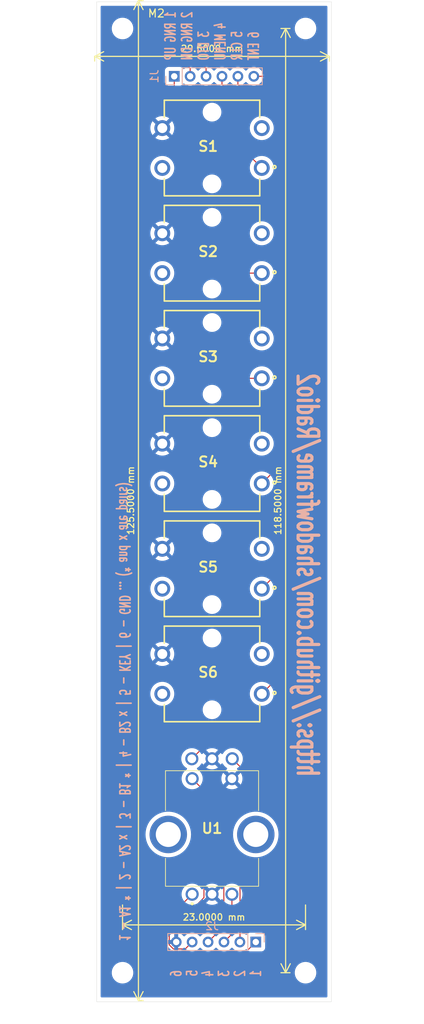
<source format=kicad_pcb>
(kicad_pcb (version 20240108) (generator "pcbnew") (generator_version "8.0")
  (layers (0 "F.Cu" signal "Front") (1 "In1.Cu" signal) (2 "In2.Cu" signal) (31 "B.Cu" signal "Back") (34 "B.Paste" user) (35 "F.Paste" user) (36 "B.SilkS" user "B.Silkscreen") (37 "F.SilkS" user "F.Silkscreen") (38 "B.Mask" user) (39 "F.Mask" user) (44 "Edge.Cuts" user))
  (net 0 "")
  (net 2 "unconnected-(U1-PadMH2)")
  (net 3 "Net-(J2-Pin_4)")
  (net 4 "Net-(J2-Pin_1)")
  (net 5 "GND")
  (net 6 "Net-(J2-Pin_5)")
  (net 7 "Net-(J2-Pin_2)")
  (net 8 "Net-(J2-Pin_3)")
  (net 9 "Net-(J1-Pin_4)")
  (net 10 "Net-(J1-Pin_5)")
  (net 11 "Net-(J1-Pin_6)")
  (net 12 "Net-(J1-Pin_3)")
  (net 13 "Net-(J1-Pin_1)")
  (net 14 "Net-(J1-Pin_2)")
  (footprint "Library:Omron-B3F-4055-switch" (layer "F.Cu") (at 87.25 52)
    (property "Reference" "S1" (at -0.488 -0.204 0) (layer "F.SilkS") (effects (font (size 1.27 1.27) (thickness 0.254))))
    (property "Value" "B3F-4055" (hide yes))
    (fp_line (start -6 -6) (end -6 -3.849) (stroke (width 0.2)) (layer "F.SilkS"))
    (fp_line (start -6 -6) (end 6 -6) (stroke (width 0.2)) (layer "F.SilkS"))
    (fp_line (start -6 6) (end -6 3.849) (stroke (width 0.2)) (layer "F.SilkS"))
    (fp_line (start 6 -6) (end 6 -3.849) (stroke (width 0.2)) (layer "F.SilkS"))
    (fp_line (start 6 6) (end -6 6) (stroke (width 0.2)) (layer "F.SilkS"))
    (fp_line (start 6 6) (end 6 3.849) (stroke (width 0.2)) (layer "F.SilkS"))
    (fp_circle (center 7.855 2.384) (end 7.855 2.466) (stroke (width 0.2)) (fill none) (layer "F.SilkS"))
    (pad "" np_thru_hole circle (at 0 -4.5) (size 1.85 1.85) (drill 1.85) (layers "*.Cu" "*.Mask"))
    (pad "" np_thru_hole circle (at 0 4.5) (size 1.85 1.85) (drill 1.85) (layers "*.Cu" "*.Mask"))
    (pad "1" thru_hole circle (at 6.25 2.5) (size 2 2) (drill 1.25) (layers "*.Cu" "*.Mask") (net 13 "Net-(J1-Pin_1)"))
    (pad "2" thru_hole circle (at -6.25 2.5) (size 2 2) (drill 1.25) (layers "*.Cu" "*.Mask"))
    (pad "3" thru_hole circle (at 6.25 -2.5) (size 2 2) (drill 1.25) (layers "*.Cu" "*.Mask"))
    (pad "4" thru_hole circle (at -6.25 -2.5) (size 2 2) (drill 1.25) (layers "*.Cu" "*.Mask") (net 5 "GND"))
  )
  (footprint "MountingHole:MountingHole_2.2mm_M2" (layer "F.Cu") (at 99 37)
    (property "Reference" "H2" (hide yes))
    (property "Value" "MountingHole")
    (pad "" np_thru_hole circle (at 0 0) (size 2.2 2.2) (drill 2.2) (layers "*.Cu" "*.Mask"))
  )
  (footprint "MountingHole:MountingHole_2.2mm_M2" (layer "F.Cu") (at 76 155.5)
    (property "Reference" "H3" (hide yes))
    (property "Value" "MountingHole")
    (pad "" np_thru_hole circle (at 0 0) (size 2.2 2.2) (drill 2.2) (layers "*.Cu" "*.Mask"))
  )
  (footprint "dual_encoder:EC11EBB24C03" (layer "F.Cu") (at 84.75 145.65)
    (property "Reference" "U1" (at 2.5 -8.262 0) (layer "F.SilkS") (effects (font (size 1.27 1.27) (thickness 0.254))))
    (property "Value" "EC11EBB24C03" (hide yes))
    (fp_line (start -3.35 -15.5) (end 8.35 -15.5) (stroke (width 0.1)) (layer "F.SilkS"))
    (fp_line (start -3.35 -10.5) (end -3.35 -15.5) (stroke (width 0.1)) (layer "F.SilkS"))
    (fp_line (start -3.35 -4.5) (end -3.35 -1) (stroke (width 0.1)) (layer "F.SilkS"))
    (fp_line (start -3.35 -1) (end 8.35 -1) (stroke (width 0.1)) (layer "F.SilkS"))
    (fp_line (start -0.1 1.2) (end -0.1 1.2) (stroke (width 0.2)) (layer "F.SilkS"))
    (fp_line (start 0.1 1.2) (end 0.1 1.2) (stroke (width 0.2)) (layer "F.SilkS"))
    (fp_line (start 8.35 -15.5) (end 8.35 -10.5) (stroke (width 0.1)) (layer "F.SilkS"))
    (fp_line (start 8.35 -1) (end 8.35 -4.5) (stroke (width 0.1)) (layer "F.SilkS"))
    (fp_arc (start -0.1 1.2) (mid 0 1.1) (end 0.1 1.2) (stroke (width 0.2)) (layer "F.SilkS"))
    (fp_arc (start 0.1 1.2) (mid 0 1.3) (end -0.1 1.2) (stroke (width 0.2)) (layer "F.SilkS"))
    (pad "A1" thru_hole circle (at 0 0) (size 1.65 1.65) (drill 1.1) (layers "*.Cu" "*.Mask") (net 4 "Net-(J2-Pin_1)"))
    (pad "A2" thru_hole circle (at -0.04 -17) (size 1.65 1.65) (drill 1.1) (layers "*.Cu" "*.Mask") (net 7 "Net-(J2-Pin_2)"))
    (pad "B1" thru_hole circle (at 5 0) (size 1.65 1.65) (drill 1.1) (layers "*.Cu" "*.Mask") (net 8 "Net-(J2-Pin_3)"))
    (pad "B2" thru_hole circle (at 5.04 -17) (size 1.65 1.65) (drill 1.1) (layers "*.Cu" "*.Mask") (net 3 "Net-(J2-Pin_4)"))
    (pad "C1" thru_hole circle (at 2.5 0) (size 1.65 1.65) (drill 1.1) (layers "*.Cu" "*.Mask") (net 5 "GND"))
    (pad "C2" thru_hole circle (at 2.5 -17) (size 1.65 1.65) (drill 1.1) (layers "*.Cu" "*.Mask") (net 5 "GND"))
    (pad "D1" thru_hole circle (at 0 -14.5) (size 1.65 1.65) (drill 1.1) (layers "*.Cu" "*.Mask") (net 6 "Net-(J2-Pin_5)"))
    (pad "E1" thru_hole circle (at 5 -14.5) (size 1.65 1.65) (drill 1.1) (layers "*.Cu" "*.Mask") (net 5 "GND"))
    (pad "MH1" thru_hole circle (at -3 -7.5) (size 4.708 4.708) (drill 3.1385) (layers "*.Cu" "*.Mask"))
    (pad "MH2" thru_hole circle (at 8 -7.5) (size 4.708 4.708) (drill 3.1385) (layers "*.Cu" "*.Mask") (net 2 "unconnected-(U1-PadMH2)"))
  )
  (footprint "Library:Omron-B3F-4055-switch" (layer "F.Cu") (at 87.25 78.4)
    (property "Reference" "S3" (at -0.488 -0.204 0) (layer "F.SilkS") (effects (font (size 1.27 1.27) (thickness 0.254))))
    (property "Value" "B3F-4055" (hide yes))
    (fp_line (start -6 -6) (end -6 -3.849) (stroke (width 0.2)) (layer "F.SilkS"))
    (fp_line (start -6 -6) (end 6 -6) (stroke (width 0.2)) (layer "F.SilkS"))
    (fp_line (start -6 6) (end -6 3.849) (stroke (width 0.2)) (layer "F.SilkS"))
    (fp_line (start 6 -6) (end 6 -3.849) (stroke (width 0.2)) (layer "F.SilkS"))
    (fp_line (start 6 6) (end -6 6) (stroke (width 0.2)) (layer "F.SilkS"))
    (fp_line (start 6 6) (end 6 3.849) (stroke (width 0.2)) (layer "F.SilkS"))
    (fp_circle (center 7.855 2.384) (end 7.855 2.466) (stroke (width 0.2)) (fill none) (layer "F.SilkS"))
    (pad "" np_thru_hole circle (at 0 -4.5) (size 1.85 1.85) (drill 1.85) (layers "*.Cu" "*.Mask"))
    (pad "" np_thru_hole circle (at 0 4.5) (size 1.85 1.85) (drill 1.85) (layers "*.Cu" "*.Mask"))
    (pad "1" thru_hole circle (at 6.25 2.5) (size 2 2) (drill 1.25) (layers "*.Cu" "*.Mask") (net 12 "Net-(J1-Pin_3)"))
    (pad "2" thru_hole circle (at -6.25 2.5) (size 2 2) (drill 1.25) (layers "*.Cu" "*.Mask"))
    (pad "3" thru_hole circle (at 6.25 -2.5) (size 2 2) (drill 1.25) (layers "*.Cu" "*.Mask"))
    (pad "4" thru_hole circle (at -6.25 -2.5) (size 2 2) (drill 1.25) (layers "*.Cu" "*.Mask") (net 5 "GND"))
  )
  (footprint "Library:Omron-B3F-4055-switch" (layer "F.Cu") (at 87.25 91.6)
    (property "Reference" "S4" (at -0.488 -0.204 0) (layer "F.SilkS") (effects (font (size 1.27 1.27) (thickness 0.254))))
    (property "Value" "B3F-4055" (hide yes))
    (fp_line (start -6 -6) (end -6 -3.849) (stroke (width 0.2)) (layer "F.SilkS"))
    (fp_line (start -6 -6) (end 6 -6) (stroke (width 0.2)) (layer "F.SilkS"))
    (fp_line (start -6 6) (end -6 3.849) (stroke (width 0.2)) (layer "F.SilkS"))
    (fp_line (start 6 -6) (end 6 -3.849) (stroke (width 0.2)) (layer "F.SilkS"))
    (fp_line (start 6 6) (end -6 6) (stroke (width 0.2)) (layer "F.SilkS"))
    (fp_line (start 6 6) (end 6 3.849) (stroke (width 0.2)) (layer "F.SilkS"))
    (fp_circle (center 7.855 2.384) (end 7.855 2.466) (stroke (width 0.2)) (fill none) (layer "F.SilkS"))
    (pad "" np_thru_hole circle (at 0 -4.5) (size 1.85 1.85) (drill 1.85) (layers "*.Cu" "*.Mask"))
    (pad "" np_thru_hole circle (at 0 4.5) (size 1.85 1.85) (drill 1.85) (layers "*.Cu" "*.Mask"))
    (pad "1" thru_hole circle (at 6.25 2.5) (size 2 2) (drill 1.25) (layers "*.Cu" "*.Mask") (net 9 "Net-(J1-Pin_4)"))
    (pad "2" thru_hole circle (at -6.25 2.5) (size 2 2) (drill 1.25) (layers "*.Cu" "*.Mask"))
    (pad "3" thru_hole circle (at 6.25 -2.5) (size 2 2) (drill 1.25) (layers "*.Cu" "*.Mask"))
    (pad "4" thru_hole circle (at -6.25 -2.5) (size 2 2) (drill 1.25) (layers "*.Cu" "*.Mask") (net 5 "GND"))
  )
  (footprint "Library:Omron-B3F-4055-switch" (layer "F.Cu") (at 87.25 104.8)
    (property "Reference" "S5" (at -0.488 -0.204 0) (layer "F.SilkS") (effects (font (size 1.27 1.27) (thickness 0.254))))
    (property "Value" "B3F-4055" (hide yes))
    (fp_line (start -6 -6) (end -6 -3.849) (stroke (width 0.2)) (layer "F.SilkS"))
    (fp_line (start -6 -6) (end 6 -6) (stroke (width 0.2)) (layer "F.SilkS"))
    (fp_line (start -6 6) (end -6 3.849) (stroke (width 0.2)) (layer "F.SilkS"))
    (fp_line (start 6 -6) (end 6 -3.849) (stroke (width 0.2)) (layer "F.SilkS"))
    (fp_line (start 6 6) (end -6 6) (stroke (width 0.2)) (layer "F.SilkS"))
    (fp_line (start 6 6) (end 6 3.849) (stroke (width 0.2)) (layer "F.SilkS"))
    (fp_circle (center 7.855 2.384) (end 7.855 2.466) (stroke (width 0.2)) (fill none) (layer "F.SilkS"))
    (pad "" np_thru_hole circle (at 0 -4.5) (size 1.85 1.85) (drill 1.85) (layers "*.Cu" "*.Mask"))
    (pad "" np_thru_hole circle (at 0 4.5) (size 1.85 1.85) (drill 1.85) (layers "*.Cu" "*.Mask"))
    (pad "1" thru_hole circle (at 6.25 2.5) (size 2 2) (drill 1.25) (layers "*.Cu" "*.Mask") (net 10 "Net-(J1-Pin_5)"))
    (pad "2" thru_hole circle (at -6.25 2.5) (size 2 2) (drill 1.25) (layers "*.Cu" "*.Mask"))
    (pad "3" thru_hole circle (at 6.25 -2.5) (size 2 2) (drill 1.25) (layers "*.Cu" "*.Mask"))
    (pad "4" thru_hole circle (at -6.25 -2.5) (size 2 2) (drill 1.25) (layers "*.Cu" "*.Mask") (net 5 "GND"))
  )
  (footprint "MountingHole:MountingHole_2.2mm_M2" (layer "F.Cu") (at 76 37)
    (property "Reference" "M2" (at 4.25 -1.9 0) (layer "F.SilkS"))
    (property "Value" "MountingHole")
    (pad "" np_thru_hole circle (at 0 0) (size 2.2 2.2) (drill 2.2) (layers "*.Cu" "*.Mask"))
  )
  (footprint "MountingHole:MountingHole_2.2mm_M2" (layer "F.Cu") (at 99 155.5)
    (property "Reference" "H4" (hide yes))
    (property "Value" "MountingHole")
    (pad "" np_thru_hole circle (at 0 0) (size 2.2 2.2) (drill 2.2) (layers "*.Cu" "*.Mask"))
  )
  (footprint "Library:Omron-B3F-4055-switch" (layer "F.Cu") (at 87.25 65.2)
    (property "Reference" "S2" (at -0.488 -0.204 0) (layer "F.SilkS") (effects (font (size 1.27 1.27) (thickness 0.254))))
    (property "Value" "B3F-4055" (hide yes))
    (fp_line (start -6 -6) (end -6 -3.849) (stroke (width 0.2)) (layer "F.SilkS"))
    (fp_line (start -6 -6) (end 6 -6) (stroke (width 0.2)) (layer "F.SilkS"))
    (fp_line (start -6 6) (end -6 3.849) (stroke (width 0.2)) (layer "F.SilkS"))
    (fp_line (start 6 -6) (end 6 -3.849) (stroke (width 0.2)) (layer "F.SilkS"))
    (fp_line (start 6 6) (end -6 6) (stroke (width 0.2)) (layer "F.SilkS"))
    (fp_line (start 6 6) (end 6 3.849) (stroke (width 0.2)) (layer "F.SilkS"))
    (fp_circle (center 7.855 2.384) (end 7.855 2.466) (stroke (width 0.2)) (fill none) (layer "F.SilkS"))
    (pad "" np_thru_hole circle (at 0 -4.5) (size 1.85 1.85) (drill 1.85) (layers "*.Cu" "*.Mask"))
    (pad "" np_thru_hole circle (at 0 4.5) (size 1.85 1.85) (drill 1.85) (layers "*.Cu" "*.Mask"))
    (pad "1" thru_hole circle (at 6.25 2.5) (size 2 2) (drill 1.25) (layers "*.Cu" "*.Mask") (net 14 "Net-(J1-Pin_2)"))
    (pad "2" thru_hole circle (at -6.25 2.5) (size 2 2) (drill 1.25) (layers "*.Cu" "*.Mask"))
    (pad "3" thru_hole circle (at 6.25 -2.5) (size 2 2) (drill 1.25) (layers "*.Cu" "*.Mask"))
    (pad "4" thru_hole circle (at -6.25 -2.5) (size 2 2) (drill 1.25) (layers "*.Cu" "*.Mask") (net 5 "GND"))
  )
  (footprint "Library:Omron-B3F-4055-switch" (layer "F.Cu") (at 87.25 118)
    (property "Reference" "S6" (at -0.488 -0.204 0) (layer "F.SilkS") (effects (font (size 1.27 1.27) (thickness 0.254))))
    (property "Value" "B3F-4055" (hide yes))
    (fp_line (start -6 -6) (end -6 -3.849) (stroke (width 0.2)) (layer "F.SilkS"))
    (fp_line (start -6 -6) (end 6 -6) (stroke (width 0.2)) (layer "F.SilkS"))
    (fp_line (start -6 6) (end -6 3.849) (stroke (width 0.2)) (layer "F.SilkS"))
    (fp_line (start 6 -6) (end 6 -3.849) (stroke (width 0.2)) (layer "F.SilkS"))
    (fp_line (start 6 6) (end -6 6) (stroke (width 0.2)) (layer "F.SilkS"))
    (fp_line (start 6 6) (end 6 3.849) (stroke (width 0.2)) (layer "F.SilkS"))
    (fp_circle (center 7.855 2.384) (end 7.855 2.466) (stroke (width 0.2)) (fill none) (layer "F.SilkS"))
    (pad "" np_thru_hole circle (at 0 -4.5) (size 1.85 1.85) (drill 1.85) (layers "*.Cu" "*.Mask"))
    (pad "" np_thru_hole circle (at 0 4.5) (size 1.85 1.85) (drill 1.85) (layers "*.Cu" "*.Mask"))
    (pad "1" thru_hole circle (at 6.25 2.5) (size 2 2) (drill 1.25) (layers "*.Cu" "*.Mask") (net 11 "Net-(J1-Pin_6)"))
    (pad "2" thru_hole circle (at -6.25 2.5) (size 2 2) (drill 1.25) (layers "*.Cu" "*.Mask"))
    (pad "3" thru_hole circle (at 6.25 -2.5) (size 2 2) (drill 1.25) (layers "*.Cu" "*.Mask"))
    (pad "4" thru_hole circle (at -6.25 -2.5) (size 2 2) (drill 1.25) (layers "*.Cu" "*.Mask") (net 5 "GND"))
  )
  (footprint "Connector_PinSocket_2.00mm:PinSocket_1x06_P2.00mm_Vertical" (layer "B.Cu") (at 82.5 43 -90)
    (property "Reference" "J1" (at 0 2.5 90) (layer "B.SilkS") (effects (justify mirror)))
    (property "Value" "Conn_01x06_Pin")
    (fp_line (start 1.06 1.06) (end 0 1.06) (stroke (width 0.12)) (layer "B.SilkS"))
    (fp_line (start 1.06 0) (end 1.06 1.06) (stroke (width 0.12)) (layer "B.SilkS"))
    (fp_line (start 1.06 -1) (end -1.06 -1) (stroke (width 0.12)) (layer "B.SilkS"))
    (fp_line (start -1.06 -11.06) (end -1.06 -1) (stroke (width 0.12)) (layer "B.SilkS"))
    (fp_line (start 1.06 -11.06) (end 1.06 -1) (stroke (width 0.12)) (layer "B.SilkS"))
    (fp_line (start 1.06 -11.06) (end -1.06 -11.06) (stroke (width 0.12)) (layer "B.SilkS"))
    (pad "1" thru_hole rect (at 0 0 270) (size 1.35 1.35) (drill 0.8) (layers "*.Cu" "*.Mask") (net 13 "Net-(J1-Pin_1)"))
    (pad "2" thru_hole oval (at 0 -2 270) (size 1.35 1.35) (drill 0.8) (layers "*.Cu" "*.Mask") (net 14 "Net-(J1-Pin_2)"))
    (pad "3" thru_hole oval (at 0 -4 270) (size 1.35 1.35) (drill 0.8) (layers "*.Cu" "*.Mask") (net 12 "Net-(J1-Pin_3)"))
    (pad "4" thru_hole oval (at 0 -6 270) (size 1.35 1.35) (drill 0.8) (layers "*.Cu" "*.Mask") (net 9 "Net-(J1-Pin_4)"))
    (pad "5" thru_hole oval (at 0 -8 270) (size 1.35 1.35) (drill 0.8) (layers "*.Cu" "*.Mask") (net 10 "Net-(J1-Pin_5)"))
    (pad "6" thru_hole oval (at 0 -10 270) (size 1.35 1.35) (drill 0.8) (layers "*.Cu" "*.Mask") (net 11 "Net-(J1-Pin_6)"))
  )
  (footprint "Connector_PinSocket_2.00mm:PinSocket_1x06_P2.00mm_Vertical" (layer "B.Cu") (at 92.75 151.65 90)
    (property "Reference" "J2" (at 2 -5.5 180) (layer "B.SilkS") (effects (justify mirror)))
    (property "Value" "Conn_01x06_Pin")
    (fp_line (start 1.06 -11.06) (end -1.06 -11.06) (stroke (width 0.12)) (layer "B.SilkS"))
    (fp_line (start 1.06 -11.06) (end 1.06 -1) (stroke (width 0.12)) (layer "B.SilkS"))
    (fp_line (start -1.06 -11.06) (end -1.06 -1) (stroke (width 0.12)) (layer "B.SilkS"))
    (fp_line (start 1.06 -1) (end -1.06 -1) (stroke (width 0.12)) (layer "B.SilkS"))
    (fp_line (start 1.06 0) (end 1.06 1.06) (stroke (width 0.12)) (layer "B.SilkS"))
    (fp_line (start 1.06 1.06) (end 0 1.06) (stroke (width 0.12)) (layer "B.SilkS"))
    (pad "1" thru_hole rect (at 0 0 90) (size 1.35 1.35) (drill 0.8) (layers "*.Cu" "*.Mask") (net 4 "Net-(J2-Pin_1)"))
    (pad "2" thru_hole oval (at 0 -2 90) (size 1.35 1.35) (drill 0.8) (layers "*.Cu" "*.Mask") (net 7 "Net-(J2-Pin_2)"))
    (pad "3" thru_hole oval (at 0 -4 90) (size 1.35 1.35) (drill 0.8) (layers "*.Cu" "*.Mask") (net 8 "Net-(J2-Pin_3)"))
    (pad "4" thru_hole oval (at 0 -6 90) (size 1.35 1.35) (drill 0.8) (layers "*.Cu" "*.Mask") (net 3 "Net-(J2-Pin_4)"))
    (pad "5" thru_hole oval (at 0 -8 90) (size 1.35 1.35) (drill 0.8) (layers "*.Cu" "*.Mask") (net 6 "Net-(J2-Pin_5)"))
    (pad "6" thru_hole oval (at 0 -10 90) (size 1.35 1.35) (drill 0.8) (layers "*.Cu" "*.Mask") (net 5 "GND"))
  )
  (gr_rect (start 72.75 33.65) (end 102.25 159.15) (stroke (width 0.0381)) (fill none) (layer "Edge.Cuts"))
  (gr_text "1" (at 92.75 155.6 90) (layer "B.SilkS") (effects (font (size 1.3 0.8) (thickness 0.2)) (justify mirror)))
  (gr_text "2" (at 90.75 155.6 90) (layer "B.SilkS") (effects (font (size 1.3 0.8) (thickness 0.2)) (justify mirror)))
  (gr_text "5" (at 84.75 155.55 90) (layer "B.SilkS") (effects (font (size 1.3 0.8) (thickness 0.2)) (justify mirror)))
  (gr_text "6" (at 82.75 155.6 90) (layer "B.SilkS") (effects (font (size 1.3 0.8) (thickness 0.2) (bold yes)) (justify mirror)))
  (gr_text "https://github.com/shadowframe/Radio2" (at 99.25 131.1 270) (layer "B.SilkS") (effects (font (size 2.6 1.6) (thickness 0.4) (bold yes)) (justify left mirror)))
  (gr_text "3" (at 88.75 155.6 90) (layer "B.SilkS") (effects (font (size 1.3 0.8) (thickness 0.2)) (justify mirror)))
  (gr_text "1 RNG UP\n2 RNG DN\n3 DTO\n4 MENU\n5 CLR\n6 ENT" (at 87.25 41.1 90) (layer "B.SilkS") (effects (font (size 1.3 0.8) (thickness 0.2) (bold yes)) (justify right mirror)))
  (gr_text "4" (at 86.75 155.6 90) (layer "B.SilkS") (effects (font (size 1.3 0.8) (thickness 0.2)) (justify mirror)))
  (gr_text "1 - A1 * | 2 - A2 x | 3 - B1 * | 4 - B2 x | 5 - KEY | 6 - GND ... (* and x are pairs)" (at 76.25 151.6 270) (layer "B.SilkS") (effects (font (size 1.3 0.8) (thickness 0.2) (bold yes)) (justify left mirror)))
  (dimension (type aligned) (layer "F.SilkS") (pts (xy 77.5 33.5) (xy 77.5 159)) (height -0.499999) (gr_text "125.5000 mm" (at 77.034799 96.25 90) (layer "F.SilkS") (effects (font (size 0.8128 0.8128) (thickness 0.1524)))) (format (prefix "") (suffix "") (units 3) (units_format 1) (precision 4)) (style (thickness 0.1524) (arrow_length 1.27) (text_position_mode 0) (extension_height 0.58642) (extension_offset 0.5) keep_text_aligned))
  (dimension (type aligned) (layer "F.SilkS") (pts (xy 97.55 155.5) (xy 97.55 37)) (height -1.05) (gr_text "118.5000 mm" (at 95.5348 96.25 90) (layer "F.SilkS") (effects (font (size 0.8128 0.8128) (thickness 0.1524)))) (format (prefix "") (suffix "") (units 3) (units_format 1) (precision 4)) (style (thickness 0.1524) (arrow_length 1.27) (text_position_mode 0) (extension_height 0.58642) (extension_offset 0.5) keep_text_aligned))
  (dimension (type aligned) (layer "F.SilkS") (pts (xy 76 146.5) (xy 99 146.5)) (height 3) (gr_text "23.0000 mm" (at 87.5 148.5348 0) (layer "F.SilkS") (effects (font (size 0.8128 0.8128) (thickness 0.1524)))) (format (prefix "") (suffix "") (units 3) (units_format 1) (precision 4)) (style (thickness 0.1524) (arrow_length 1.27) (text_position_mode 0) (extension_height 0.58642) (extension_offset 0.5) keep_text_aligned))
  (dimension (type aligned) (layer "F.SilkS") (pts (xy 102 40) (xy 72.5 40)) (height -0.5) (gr_text "29.5000 mm" (at 87.25 39.5348 0) (layer "F.SilkS") (effects (font (size 0.8128 0.8128) (thickness 0.1524)))) (format (prefix "") (suffix "") (units 3) (units_format 1) (precision 4)) (style (thickness 0.1524) (arrow_length 1.27) (text_position_mode 0) (extension_height 0.58642) (extension_offset 0.5) keep_text_aligned))
  (segment (start 92.75 138.15) (end 92.25 137.65) (width 0.127) (layer "F.Cu") (net 2))
  (segment (start 91.75 130.61) (end 91.75 131.15) (width 0.127) (layer "F.Cu") (net 3))
  (segment (start 88.7345 149.6655) (end 86.75 151.65) (width 0.127) (layer "F.Cu") (net 3))
  (segment (start 88.7345 134.1655) (end 88.7345 149.6655) (width 0.127) (layer "F.Cu") (net 3))
  (segment (start 91.75 131.15) (end 88.7345 134.1655) (width 0.127) (layer "F.Cu") (net 3))
  (segment (start 89.79 128.65) (end 91.75 130.61) (width 0.127) (layer "F.Cu") (net 3))
  (segment (start 81.25 153.15) (end 81.75 153.65) (width 0.127) (layer "F.Cu") (net 4))
  (segment (start 90.75 153.65) (end 92.75 151.65) (width 0.127) (layer "F.Cu") (net 4))
  (segment (start 81.75 153.65) (end 90.75 153.65) (width 0.127) (layer "F.Cu") (net 4))
  (segment (start 84.75 145.65) (end 81.25 149.15) (width 0.127) (layer "F.Cu") (net 4))
  (segment (start 81.25 149.15) (end 81.25 153.15) (width 0.127) (layer "F.Cu") (net 4))
  (segment (start 81.8845 152.008502) (end 81.8845 150.420634) (width 0.127) (layer "F.Cu") (net 6))
  (segment (start 86.2345 132.6345) (end 84.75 131.15) (width 0.127) (layer "F.Cu") (net 6))
  (segment (start 83.8845 152.5155) (end 82.391498 152.5155) (width 0.127) (layer "F.Cu") (net 6))
  (segment (start 82.391498 152.5155) (end 81.8845 152.008502) (width 0.127) (layer "F.Cu") (net 6))
  (segment (start 86.2345 146.070634) (end 86.2345 132.6345) (width 0.127) (layer "F.Cu") (net 6))
  (segment (start 84.75 151.65) (end 83.8845 152.5155) (width 0.127) (layer "F.Cu") (net 6))
  (segment (start 81.8845 150.420634) (end 86.2345 146.070634) (width 0.127) (layer "F.Cu") (net 6))
  (segment (start 92.75 127.15) (end 91.75 126.15) (width 0.127) (layer "F.Cu") (net 7))
  (segment (start 89.75 141.65) (end 89.75 135.65) (width 0.127) (layer "F.Cu") (net 7))
  (segment (start 91.75 126.15) (end 87.21 126.15) (width 0.127) (layer "F.Cu") (net 7))
  (segment (start 87.21 126.15) (end 84.71 128.65) (width 0.127) (layer "F.Cu") (net 7))
  (segment (start 90.7655 142.6655) (end 89.75 141.65) (width 0.127) (layer "F.Cu") (net 7))
  (segment (start 90.75 151.65) (end 90.7655 151.6345) (width 0.127) (layer "F.Cu") (net 7))
  (segment (start 92.75 132.65) (end 92.75 127.15) (width 0.127) (layer "F.Cu") (net 7))
  (segment (start 89.75 135.65) (end 92.75 132.65) (width 0.127) (layer "F.Cu") (net 7))
  (segment (start 90.7655 151.6345) (end 90.7655 142.6655) (width 0.127) (layer "F.Cu") (net 7))
  (segment (start 89.75 145.65) (end 89.75 150.65) (width 0.127) (layer "F.Cu") (net 8))
  (segment (start 89.75 150.65) (end 88.75 151.65) (width 0.127) (layer "F.Cu") (net 8))
  (segment (start 90.5 46) (end 94 46) (width 0.127) (layer "F.Cu") (net 9))
  (segment (start 88.5 43) (end 88.5 44) (width 0.127) (layer "F.Cu") (net 9))
  (segment (start 88.5 44) (end 90.5 46) (width 0.127) (layer "F.Cu") (net 9))
  (segment (start 96 48) (end 96 91.6) (width 0.127) (layer "F.Cu") (net 9))
  (segment (start 94 46) (end 96 48) (width 0.127) (layer "F.Cu") (net 9))
  (segment (start 96 91.6) (end 93.5 94.1) (width 0.127) (layer "F.Cu") (net 9))
  (segment (start 97 47) (end 95 45) (width 0.127) (layer "F.Cu") (net 10))
  (segment (start 97 103.8) (end 97 47) (width 0.127) (layer "F.Cu") (net 10))
  (segment (start 95 45) (end 91.5 45) (width 0.127) (layer "F.Cu") (net 10))
  (segment (start 90.5 44) (end 90.5 43) (width 0.127) (layer "F.Cu") (net 10))
  (segment (start 93.5 107.3) (end 97 103.8) (width 0.127) (layer "F.Cu") (net 10))
  (segment (start 91.5 45) (end 90.5 44) (width 0.127) (layer "F.Cu") (net 10))
  (segment (start 92.5 43) (end 95 43) (width 0.127) (layer "F.Cu") (net 11))
  (segment (start 98 116) (end 93.5 120.5) (width 0.127) (layer "F.Cu") (net 11))
  (segment (start 95 43) (end 98 46) (width 0.127) (layer "F.Cu") (net 11))
  (segment (start 98 46) (end 98 116) (width 0.127) (layer "F.Cu") (net 11))
  (segment (start 78.5 41.5) (end 80.5 39.5) (width 0.127) (layer "F.Cu") (net 12))
  (segment (start 93.5 80.9) (end 89.4 80.9) (width 0.127) (layer "F.Cu") (net 12))
  (segment (start 78.5 44.5) (end 78.5 41.5) (width 0.127) (layer "F.Cu") (net 12))
  (segment (start 83 74.5) (end 83 49) (width 0.127) (layer "F.Cu") (net 12))
  (segment (start 86.5 42) (end 86.5 43) (width 0.127) (layer "F.Cu") (net 12))
  (segment (start 83 49) (end 78.5 44.5) (width 0.127) (layer "F.Cu") (net 12))
  (segment (start 84 39.5) (end 86.5 42) (width 0.127) (layer "F.Cu") (net 12))
  (segment (start 89.4 80.9) (end 83 74.5) (width 0.127) (layer "F.Cu") (net 12))
  (segment (start 80.5 39.5) (end 84 39.5) (width 0.127) (layer "F.Cu") (net 12))
  (segment (start 93.5 54.5) (end 89.5 50.5) (width 0.127) (layer "F.Cu") (net 13))
  (segment (start 87.5 45) (end 89.5 47) (width 0.127) (layer "F.Cu") (net 13))
  (segment (start 83 45) (end 87.5 45) (width 0.127) (layer "F.Cu") (net 13))
  (segment (start 82.5 44.5) (end 83 45) (width 0.127) (layer "F.Cu") (net 13))
  (segment (start 89.5 50.5) (end 89.5 47) (width 0.127) (layer "F.Cu") (net 13))
  (segment (start 82.5 43) (end 82.5 44.5) (width 0.127) (layer "F.Cu") (net 13))
  (segment (start 85 49) (end 85 63) (width 0.127) (layer "F.Cu") (net 14))
  (segment (start 85 63) (end 89.7 67.7) (width 0.127) (layer "F.Cu") (net 14))
  (segment (start 83.5 41) (end 81 41) (width 0.127) (layer "F.Cu") (net 14))
  (segment (start 84.5 42) (end 83.5 41) (width 0.127) (layer "F.Cu") (net 14))
  (segment (start 80 42) (end 80 44) (width 0.127) (layer "F.Cu") (net 14))
  (segment (start 80 44) (end 85 49) (width 0.127) (layer "F.Cu") (net 14))
  (segment (start 81 41) (end 80 42) (width 0.127) (layer "F.Cu") (net 14))
  (segment (start 84.5 43) (end 84.5 42) (width 0.127) (layer "F.Cu") (net 14))
  (segment (start 89.7 67.7) (end 93.5 67.7) (width 0.127) (layer "F.Cu") (net 14))
  (zone (net 5) (net_name "GND") (layer "B.Cu") (connect_pads (clearance 0.5)) (min_thickness 0.25) (fill yes (thermal_gap 0.5) (thermal_bridge_width 0.5))
    (polygon (pts (xy 101.75 34.1) (xy 73.25 34.1) (xy 73.25 158.6) (xy 101.75 158.6)))
  )
)
</source>
